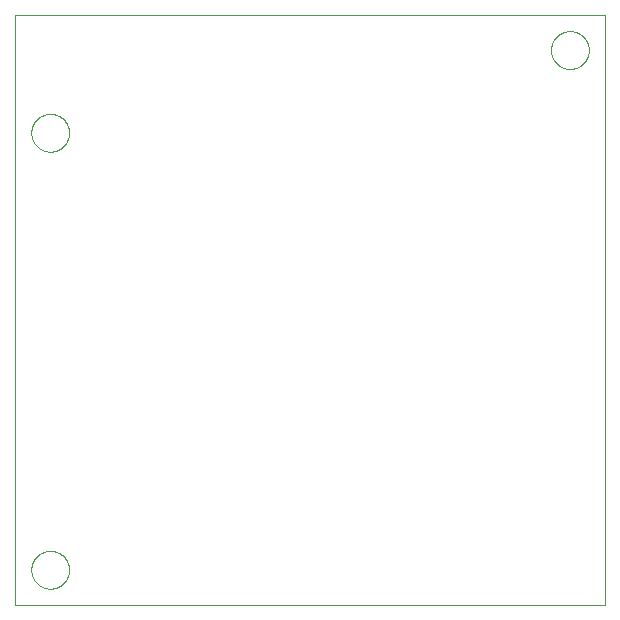
<source format=gbp>
G04 EAGLE Gerber RS-274X export*
G75*
%MOMM*%
%FSLAX34Y34*%
%LPD*%
%INSolder paste bottom*%
%IPPOS*%
%AMOC8*
5,1,8,0,0,1.08239X$1,22.5*%
G01*
%ADD10C,0.000000*%


D10*
X0Y0D02*
X500000Y0D01*
X500000Y500000D01*
X0Y500000D01*
X0Y0D01*
X454000Y470000D02*
X454005Y470393D01*
X454019Y470785D01*
X454043Y471177D01*
X454077Y471568D01*
X454120Y471959D01*
X454173Y472348D01*
X454236Y472735D01*
X454307Y473121D01*
X454389Y473506D01*
X454479Y473888D01*
X454580Y474267D01*
X454689Y474645D01*
X454808Y475019D01*
X454935Y475390D01*
X455072Y475758D01*
X455218Y476123D01*
X455373Y476484D01*
X455536Y476841D01*
X455708Y477194D01*
X455889Y477542D01*
X456079Y477886D01*
X456276Y478226D01*
X456482Y478560D01*
X456696Y478889D01*
X456919Y479213D01*
X457149Y479531D01*
X457386Y479844D01*
X457632Y480150D01*
X457885Y480451D01*
X458145Y480745D01*
X458412Y481033D01*
X458686Y481314D01*
X458967Y481588D01*
X459255Y481855D01*
X459549Y482115D01*
X459850Y482368D01*
X460156Y482614D01*
X460469Y482851D01*
X460787Y483081D01*
X461111Y483304D01*
X461440Y483518D01*
X461774Y483724D01*
X462114Y483921D01*
X462458Y484111D01*
X462806Y484292D01*
X463159Y484464D01*
X463516Y484627D01*
X463877Y484782D01*
X464242Y484928D01*
X464610Y485065D01*
X464981Y485192D01*
X465355Y485311D01*
X465733Y485420D01*
X466112Y485521D01*
X466494Y485611D01*
X466879Y485693D01*
X467265Y485764D01*
X467652Y485827D01*
X468041Y485880D01*
X468432Y485923D01*
X468823Y485957D01*
X469215Y485981D01*
X469607Y485995D01*
X470000Y486000D01*
X470393Y485995D01*
X470785Y485981D01*
X471177Y485957D01*
X471568Y485923D01*
X471959Y485880D01*
X472348Y485827D01*
X472735Y485764D01*
X473121Y485693D01*
X473506Y485611D01*
X473888Y485521D01*
X474267Y485420D01*
X474645Y485311D01*
X475019Y485192D01*
X475390Y485065D01*
X475758Y484928D01*
X476123Y484782D01*
X476484Y484627D01*
X476841Y484464D01*
X477194Y484292D01*
X477542Y484111D01*
X477886Y483921D01*
X478226Y483724D01*
X478560Y483518D01*
X478889Y483304D01*
X479213Y483081D01*
X479531Y482851D01*
X479844Y482614D01*
X480150Y482368D01*
X480451Y482115D01*
X480745Y481855D01*
X481033Y481588D01*
X481314Y481314D01*
X481588Y481033D01*
X481855Y480745D01*
X482115Y480451D01*
X482368Y480150D01*
X482614Y479844D01*
X482851Y479531D01*
X483081Y479213D01*
X483304Y478889D01*
X483518Y478560D01*
X483724Y478226D01*
X483921Y477886D01*
X484111Y477542D01*
X484292Y477194D01*
X484464Y476841D01*
X484627Y476484D01*
X484782Y476123D01*
X484928Y475758D01*
X485065Y475390D01*
X485192Y475019D01*
X485311Y474645D01*
X485420Y474267D01*
X485521Y473888D01*
X485611Y473506D01*
X485693Y473121D01*
X485764Y472735D01*
X485827Y472348D01*
X485880Y471959D01*
X485923Y471568D01*
X485957Y471177D01*
X485981Y470785D01*
X485995Y470393D01*
X486000Y470000D01*
X485995Y469607D01*
X485981Y469215D01*
X485957Y468823D01*
X485923Y468432D01*
X485880Y468041D01*
X485827Y467652D01*
X485764Y467265D01*
X485693Y466879D01*
X485611Y466494D01*
X485521Y466112D01*
X485420Y465733D01*
X485311Y465355D01*
X485192Y464981D01*
X485065Y464610D01*
X484928Y464242D01*
X484782Y463877D01*
X484627Y463516D01*
X484464Y463159D01*
X484292Y462806D01*
X484111Y462458D01*
X483921Y462114D01*
X483724Y461774D01*
X483518Y461440D01*
X483304Y461111D01*
X483081Y460787D01*
X482851Y460469D01*
X482614Y460156D01*
X482368Y459850D01*
X482115Y459549D01*
X481855Y459255D01*
X481588Y458967D01*
X481314Y458686D01*
X481033Y458412D01*
X480745Y458145D01*
X480451Y457885D01*
X480150Y457632D01*
X479844Y457386D01*
X479531Y457149D01*
X479213Y456919D01*
X478889Y456696D01*
X478560Y456482D01*
X478226Y456276D01*
X477886Y456079D01*
X477542Y455889D01*
X477194Y455708D01*
X476841Y455536D01*
X476484Y455373D01*
X476123Y455218D01*
X475758Y455072D01*
X475390Y454935D01*
X475019Y454808D01*
X474645Y454689D01*
X474267Y454580D01*
X473888Y454479D01*
X473506Y454389D01*
X473121Y454307D01*
X472735Y454236D01*
X472348Y454173D01*
X471959Y454120D01*
X471568Y454077D01*
X471177Y454043D01*
X470785Y454019D01*
X470393Y454005D01*
X470000Y454000D01*
X469607Y454005D01*
X469215Y454019D01*
X468823Y454043D01*
X468432Y454077D01*
X468041Y454120D01*
X467652Y454173D01*
X467265Y454236D01*
X466879Y454307D01*
X466494Y454389D01*
X466112Y454479D01*
X465733Y454580D01*
X465355Y454689D01*
X464981Y454808D01*
X464610Y454935D01*
X464242Y455072D01*
X463877Y455218D01*
X463516Y455373D01*
X463159Y455536D01*
X462806Y455708D01*
X462458Y455889D01*
X462114Y456079D01*
X461774Y456276D01*
X461440Y456482D01*
X461111Y456696D01*
X460787Y456919D01*
X460469Y457149D01*
X460156Y457386D01*
X459850Y457632D01*
X459549Y457885D01*
X459255Y458145D01*
X458967Y458412D01*
X458686Y458686D01*
X458412Y458967D01*
X458145Y459255D01*
X457885Y459549D01*
X457632Y459850D01*
X457386Y460156D01*
X457149Y460469D01*
X456919Y460787D01*
X456696Y461111D01*
X456482Y461440D01*
X456276Y461774D01*
X456079Y462114D01*
X455889Y462458D01*
X455708Y462806D01*
X455536Y463159D01*
X455373Y463516D01*
X455218Y463877D01*
X455072Y464242D01*
X454935Y464610D01*
X454808Y464981D01*
X454689Y465355D01*
X454580Y465733D01*
X454479Y466112D01*
X454389Y466494D01*
X454307Y466879D01*
X454236Y467265D01*
X454173Y467652D01*
X454120Y468041D01*
X454077Y468432D01*
X454043Y468823D01*
X454019Y469215D01*
X454005Y469607D01*
X454000Y470000D01*
X14000Y400000D02*
X14005Y400393D01*
X14019Y400785D01*
X14043Y401177D01*
X14077Y401568D01*
X14120Y401959D01*
X14173Y402348D01*
X14236Y402735D01*
X14307Y403121D01*
X14389Y403506D01*
X14479Y403888D01*
X14580Y404267D01*
X14689Y404645D01*
X14808Y405019D01*
X14935Y405390D01*
X15072Y405758D01*
X15218Y406123D01*
X15373Y406484D01*
X15536Y406841D01*
X15708Y407194D01*
X15889Y407542D01*
X16079Y407886D01*
X16276Y408226D01*
X16482Y408560D01*
X16696Y408889D01*
X16919Y409213D01*
X17149Y409531D01*
X17386Y409844D01*
X17632Y410150D01*
X17885Y410451D01*
X18145Y410745D01*
X18412Y411033D01*
X18686Y411314D01*
X18967Y411588D01*
X19255Y411855D01*
X19549Y412115D01*
X19850Y412368D01*
X20156Y412614D01*
X20469Y412851D01*
X20787Y413081D01*
X21111Y413304D01*
X21440Y413518D01*
X21774Y413724D01*
X22114Y413921D01*
X22458Y414111D01*
X22806Y414292D01*
X23159Y414464D01*
X23516Y414627D01*
X23877Y414782D01*
X24242Y414928D01*
X24610Y415065D01*
X24981Y415192D01*
X25355Y415311D01*
X25733Y415420D01*
X26112Y415521D01*
X26494Y415611D01*
X26879Y415693D01*
X27265Y415764D01*
X27652Y415827D01*
X28041Y415880D01*
X28432Y415923D01*
X28823Y415957D01*
X29215Y415981D01*
X29607Y415995D01*
X30000Y416000D01*
X30393Y415995D01*
X30785Y415981D01*
X31177Y415957D01*
X31568Y415923D01*
X31959Y415880D01*
X32348Y415827D01*
X32735Y415764D01*
X33121Y415693D01*
X33506Y415611D01*
X33888Y415521D01*
X34267Y415420D01*
X34645Y415311D01*
X35019Y415192D01*
X35390Y415065D01*
X35758Y414928D01*
X36123Y414782D01*
X36484Y414627D01*
X36841Y414464D01*
X37194Y414292D01*
X37542Y414111D01*
X37886Y413921D01*
X38226Y413724D01*
X38560Y413518D01*
X38889Y413304D01*
X39213Y413081D01*
X39531Y412851D01*
X39844Y412614D01*
X40150Y412368D01*
X40451Y412115D01*
X40745Y411855D01*
X41033Y411588D01*
X41314Y411314D01*
X41588Y411033D01*
X41855Y410745D01*
X42115Y410451D01*
X42368Y410150D01*
X42614Y409844D01*
X42851Y409531D01*
X43081Y409213D01*
X43304Y408889D01*
X43518Y408560D01*
X43724Y408226D01*
X43921Y407886D01*
X44111Y407542D01*
X44292Y407194D01*
X44464Y406841D01*
X44627Y406484D01*
X44782Y406123D01*
X44928Y405758D01*
X45065Y405390D01*
X45192Y405019D01*
X45311Y404645D01*
X45420Y404267D01*
X45521Y403888D01*
X45611Y403506D01*
X45693Y403121D01*
X45764Y402735D01*
X45827Y402348D01*
X45880Y401959D01*
X45923Y401568D01*
X45957Y401177D01*
X45981Y400785D01*
X45995Y400393D01*
X46000Y400000D01*
X45995Y399607D01*
X45981Y399215D01*
X45957Y398823D01*
X45923Y398432D01*
X45880Y398041D01*
X45827Y397652D01*
X45764Y397265D01*
X45693Y396879D01*
X45611Y396494D01*
X45521Y396112D01*
X45420Y395733D01*
X45311Y395355D01*
X45192Y394981D01*
X45065Y394610D01*
X44928Y394242D01*
X44782Y393877D01*
X44627Y393516D01*
X44464Y393159D01*
X44292Y392806D01*
X44111Y392458D01*
X43921Y392114D01*
X43724Y391774D01*
X43518Y391440D01*
X43304Y391111D01*
X43081Y390787D01*
X42851Y390469D01*
X42614Y390156D01*
X42368Y389850D01*
X42115Y389549D01*
X41855Y389255D01*
X41588Y388967D01*
X41314Y388686D01*
X41033Y388412D01*
X40745Y388145D01*
X40451Y387885D01*
X40150Y387632D01*
X39844Y387386D01*
X39531Y387149D01*
X39213Y386919D01*
X38889Y386696D01*
X38560Y386482D01*
X38226Y386276D01*
X37886Y386079D01*
X37542Y385889D01*
X37194Y385708D01*
X36841Y385536D01*
X36484Y385373D01*
X36123Y385218D01*
X35758Y385072D01*
X35390Y384935D01*
X35019Y384808D01*
X34645Y384689D01*
X34267Y384580D01*
X33888Y384479D01*
X33506Y384389D01*
X33121Y384307D01*
X32735Y384236D01*
X32348Y384173D01*
X31959Y384120D01*
X31568Y384077D01*
X31177Y384043D01*
X30785Y384019D01*
X30393Y384005D01*
X30000Y384000D01*
X29607Y384005D01*
X29215Y384019D01*
X28823Y384043D01*
X28432Y384077D01*
X28041Y384120D01*
X27652Y384173D01*
X27265Y384236D01*
X26879Y384307D01*
X26494Y384389D01*
X26112Y384479D01*
X25733Y384580D01*
X25355Y384689D01*
X24981Y384808D01*
X24610Y384935D01*
X24242Y385072D01*
X23877Y385218D01*
X23516Y385373D01*
X23159Y385536D01*
X22806Y385708D01*
X22458Y385889D01*
X22114Y386079D01*
X21774Y386276D01*
X21440Y386482D01*
X21111Y386696D01*
X20787Y386919D01*
X20469Y387149D01*
X20156Y387386D01*
X19850Y387632D01*
X19549Y387885D01*
X19255Y388145D01*
X18967Y388412D01*
X18686Y388686D01*
X18412Y388967D01*
X18145Y389255D01*
X17885Y389549D01*
X17632Y389850D01*
X17386Y390156D01*
X17149Y390469D01*
X16919Y390787D01*
X16696Y391111D01*
X16482Y391440D01*
X16276Y391774D01*
X16079Y392114D01*
X15889Y392458D01*
X15708Y392806D01*
X15536Y393159D01*
X15373Y393516D01*
X15218Y393877D01*
X15072Y394242D01*
X14935Y394610D01*
X14808Y394981D01*
X14689Y395355D01*
X14580Y395733D01*
X14479Y396112D01*
X14389Y396494D01*
X14307Y396879D01*
X14236Y397265D01*
X14173Y397652D01*
X14120Y398041D01*
X14077Y398432D01*
X14043Y398823D01*
X14019Y399215D01*
X14005Y399607D01*
X14000Y400000D01*
X14000Y30000D02*
X14005Y30393D01*
X14019Y30785D01*
X14043Y31177D01*
X14077Y31568D01*
X14120Y31959D01*
X14173Y32348D01*
X14236Y32735D01*
X14307Y33121D01*
X14389Y33506D01*
X14479Y33888D01*
X14580Y34267D01*
X14689Y34645D01*
X14808Y35019D01*
X14935Y35390D01*
X15072Y35758D01*
X15218Y36123D01*
X15373Y36484D01*
X15536Y36841D01*
X15708Y37194D01*
X15889Y37542D01*
X16079Y37886D01*
X16276Y38226D01*
X16482Y38560D01*
X16696Y38889D01*
X16919Y39213D01*
X17149Y39531D01*
X17386Y39844D01*
X17632Y40150D01*
X17885Y40451D01*
X18145Y40745D01*
X18412Y41033D01*
X18686Y41314D01*
X18967Y41588D01*
X19255Y41855D01*
X19549Y42115D01*
X19850Y42368D01*
X20156Y42614D01*
X20469Y42851D01*
X20787Y43081D01*
X21111Y43304D01*
X21440Y43518D01*
X21774Y43724D01*
X22114Y43921D01*
X22458Y44111D01*
X22806Y44292D01*
X23159Y44464D01*
X23516Y44627D01*
X23877Y44782D01*
X24242Y44928D01*
X24610Y45065D01*
X24981Y45192D01*
X25355Y45311D01*
X25733Y45420D01*
X26112Y45521D01*
X26494Y45611D01*
X26879Y45693D01*
X27265Y45764D01*
X27652Y45827D01*
X28041Y45880D01*
X28432Y45923D01*
X28823Y45957D01*
X29215Y45981D01*
X29607Y45995D01*
X30000Y46000D01*
X30393Y45995D01*
X30785Y45981D01*
X31177Y45957D01*
X31568Y45923D01*
X31959Y45880D01*
X32348Y45827D01*
X32735Y45764D01*
X33121Y45693D01*
X33506Y45611D01*
X33888Y45521D01*
X34267Y45420D01*
X34645Y45311D01*
X35019Y45192D01*
X35390Y45065D01*
X35758Y44928D01*
X36123Y44782D01*
X36484Y44627D01*
X36841Y44464D01*
X37194Y44292D01*
X37542Y44111D01*
X37886Y43921D01*
X38226Y43724D01*
X38560Y43518D01*
X38889Y43304D01*
X39213Y43081D01*
X39531Y42851D01*
X39844Y42614D01*
X40150Y42368D01*
X40451Y42115D01*
X40745Y41855D01*
X41033Y41588D01*
X41314Y41314D01*
X41588Y41033D01*
X41855Y40745D01*
X42115Y40451D01*
X42368Y40150D01*
X42614Y39844D01*
X42851Y39531D01*
X43081Y39213D01*
X43304Y38889D01*
X43518Y38560D01*
X43724Y38226D01*
X43921Y37886D01*
X44111Y37542D01*
X44292Y37194D01*
X44464Y36841D01*
X44627Y36484D01*
X44782Y36123D01*
X44928Y35758D01*
X45065Y35390D01*
X45192Y35019D01*
X45311Y34645D01*
X45420Y34267D01*
X45521Y33888D01*
X45611Y33506D01*
X45693Y33121D01*
X45764Y32735D01*
X45827Y32348D01*
X45880Y31959D01*
X45923Y31568D01*
X45957Y31177D01*
X45981Y30785D01*
X45995Y30393D01*
X46000Y30000D01*
X45995Y29607D01*
X45981Y29215D01*
X45957Y28823D01*
X45923Y28432D01*
X45880Y28041D01*
X45827Y27652D01*
X45764Y27265D01*
X45693Y26879D01*
X45611Y26494D01*
X45521Y26112D01*
X45420Y25733D01*
X45311Y25355D01*
X45192Y24981D01*
X45065Y24610D01*
X44928Y24242D01*
X44782Y23877D01*
X44627Y23516D01*
X44464Y23159D01*
X44292Y22806D01*
X44111Y22458D01*
X43921Y22114D01*
X43724Y21774D01*
X43518Y21440D01*
X43304Y21111D01*
X43081Y20787D01*
X42851Y20469D01*
X42614Y20156D01*
X42368Y19850D01*
X42115Y19549D01*
X41855Y19255D01*
X41588Y18967D01*
X41314Y18686D01*
X41033Y18412D01*
X40745Y18145D01*
X40451Y17885D01*
X40150Y17632D01*
X39844Y17386D01*
X39531Y17149D01*
X39213Y16919D01*
X38889Y16696D01*
X38560Y16482D01*
X38226Y16276D01*
X37886Y16079D01*
X37542Y15889D01*
X37194Y15708D01*
X36841Y15536D01*
X36484Y15373D01*
X36123Y15218D01*
X35758Y15072D01*
X35390Y14935D01*
X35019Y14808D01*
X34645Y14689D01*
X34267Y14580D01*
X33888Y14479D01*
X33506Y14389D01*
X33121Y14307D01*
X32735Y14236D01*
X32348Y14173D01*
X31959Y14120D01*
X31568Y14077D01*
X31177Y14043D01*
X30785Y14019D01*
X30393Y14005D01*
X30000Y14000D01*
X29607Y14005D01*
X29215Y14019D01*
X28823Y14043D01*
X28432Y14077D01*
X28041Y14120D01*
X27652Y14173D01*
X27265Y14236D01*
X26879Y14307D01*
X26494Y14389D01*
X26112Y14479D01*
X25733Y14580D01*
X25355Y14689D01*
X24981Y14808D01*
X24610Y14935D01*
X24242Y15072D01*
X23877Y15218D01*
X23516Y15373D01*
X23159Y15536D01*
X22806Y15708D01*
X22458Y15889D01*
X22114Y16079D01*
X21774Y16276D01*
X21440Y16482D01*
X21111Y16696D01*
X20787Y16919D01*
X20469Y17149D01*
X20156Y17386D01*
X19850Y17632D01*
X19549Y17885D01*
X19255Y18145D01*
X18967Y18412D01*
X18686Y18686D01*
X18412Y18967D01*
X18145Y19255D01*
X17885Y19549D01*
X17632Y19850D01*
X17386Y20156D01*
X17149Y20469D01*
X16919Y20787D01*
X16696Y21111D01*
X16482Y21440D01*
X16276Y21774D01*
X16079Y22114D01*
X15889Y22458D01*
X15708Y22806D01*
X15536Y23159D01*
X15373Y23516D01*
X15218Y23877D01*
X15072Y24242D01*
X14935Y24610D01*
X14808Y24981D01*
X14689Y25355D01*
X14580Y25733D01*
X14479Y26112D01*
X14389Y26494D01*
X14307Y26879D01*
X14236Y27265D01*
X14173Y27652D01*
X14120Y28041D01*
X14077Y28432D01*
X14043Y28823D01*
X14019Y29215D01*
X14005Y29607D01*
X14000Y30000D01*
M02*

</source>
